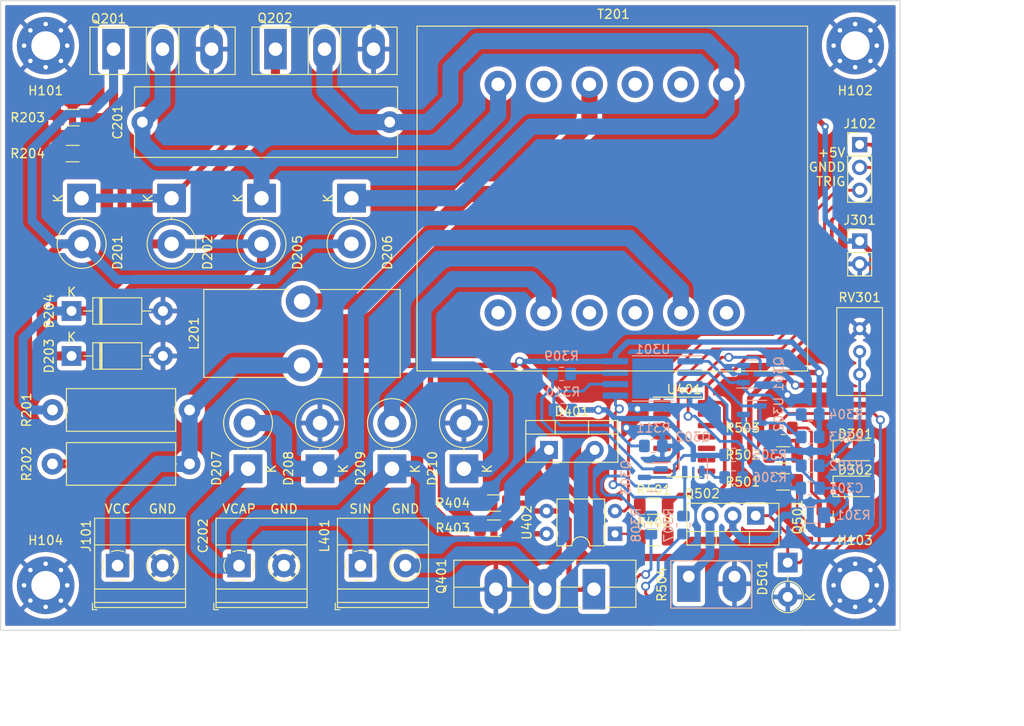
<source format=kicad_pcb>
(kicad_pcb (version 20211014) (generator pcbnew)
  (layers (0 "F.Cu" signal) (31 "B.Cu" signal) (34 "B.Paste" user) (35 "F.Paste" user) (36 "B.SilkS" user "B.Silkscreen") (37 "F.SilkS" user "F.Silkscreen") (38 "B.Mask" user) (39 "F.Mask" user) (44 "Edge.Cuts" user))
  (net 0 "")
  (net 1 "Net-(C201-Pad1)")
  (net 2 "Net-(C201-Pad2)")
  (net 3 "/Discharge Circuit/VCAP_IN")
  (net 4 "GNDREF")
  (net 5 "Net-(C301-Pad1)")
  (net 6 "/Flyback_Driver/ENABLE")
  (net 7 "Net-(D201-Pad2)")
  (net 8 "Net-(D202-Pad2)")
  (net 9 "Net-(D207-Pad2)")
  (net 10 "Net-(D209-Pad2)")
  (net 11 "Net-(D301-Pad2)")
  (net 12 "Net-(D302-Pad2)")
  (net 13 "/Trigger Circuit/SNET")
  (net 14 "Net-(D501-Pad1)")
  (net 15 "+12V")
  (net 16 "+5V")
  (net 17 "GNDD")
  (net 18 "/Trigger Circuit/TRIGG")
  (net 19 "Net-(L201-Pad2)")
  (net 20 "Net-(Q302-Pad1)")
  (net 21 "Net-(Q302-Pad2)")
  (net 22 "Net-(Q303-Pad1)")
  (net 23 "Net-(Q303-Pad2)")
  (net 24 "Net-(Q401-Pad1)")
  (net 25 "Net-(Q501-Pad1)")
  (net 26 "Net-(Q502-Pad3)")
  (net 27 "Net-(R302-Pad2)")
  (net 28 "Net-(R303-Pad2)")
  (net 29 "Net-(R309-Pad1)")
  (net 30 "Net-(R310-Pad2)")
  (net 31 "Net-(R401-Pad2)")
  (net 32 "Net-(R402-Pad2)")
  (net 33 "Net-(R403-Pad2)")
  (net 34 "Net-(Q301-Pad1)")
  (footprint "Diode_THT:D_DO-41_SOD81_P10.16mm_Horizontal" (layer "F.Cu") (at 37.88 64.5)
    (fp_text reference "D204")
    (fp_text value "1N47xxA 12V")
  )
  (footprint "Resistor_THT:R_Axial_DIN0414_L11.9mm_D4.5mm_P15.24mm_Horizontal" (layer "F.Cu") (at 51 81.5 180)
    (fp_text reference "R202")
    (fp_text value "470Ω 2W")
  )
  (footprint "Package_TO_SOT_THT:TO-264-3_Vertical" (layer "F.Cu") (at 95.95 95.425 180)
    (fp_text reference "Q401")
    (fp_text value "FGL40N120" hide)
  )
  (footprint "Package_TO_SOT_THT:TO-220-3_Vertical" (layer "F.Cu") (at 113.94 87.255 180)
    (fp_text reference "Q502")
    (fp_text value "IRF840" hide)
  )
  (footprint "Connector_PinHeader_2.54mm:PinHeader_1x03_P2.54mm_Vertical" (layer "F.Cu") (at 125.5 46)
    (fp_text reference "J102")
    (fp_text value "Conn_01x03" hide)
  )
  (footprint "Diode_THT:D_DO-201AD_P5.08mm_Vertical_KathodeUp" (layer "F.Cu") (at 65.5 82.04 90)
    (fp_text reference "D208")
    (fp_text value "FR307")
  )
  (footprint "Resistor_SMD:R_1206_3216Metric_Pad1.30x1.75mm_HandSolder" (layer "F.Cu") (at 117 83.5)
    (fp_text reference "R501")
    (fp_text value "1kΩ" hide)
  )
  (footprint "Potentiometer_THT:Potentiometer_Bourns_3296W_Vertical" (layer "F.Cu") (at 125.5 71.55 -90)
    (fp_text reference "RV301")
    (fp_text value "1kΩ" hide)
  )
  (footprint "TerminalBlock_Phoenix:TerminalBlock_Phoenix_MKDS-1,5-2_1x02_P5.00mm_Horizontal" (layer "F.Cu") (at 70 92.805)
    (fp_text reference "L401")
    (fp_text value "Solenoid" hide)
  )
  (footprint "Package_DIP:DIP-4_W7.62mm" (layer "F.Cu") (at 98.3 89.275 180)
    (fp_text reference "U402")
    (fp_text value "PC817")
  )
  (footprint "Diode_THT:D_DO-201AD_P5.08mm_Vertical_KathodeUp" (layer "F.Cu") (at 49 51.96 -90)
    (fp_text reference "D202")
    (fp_text value "FR307")
  )
  (footprint "TerminalBlock_Phoenix:TerminalBlock_Phoenix_MKDS-1,5-2_1x02_P5.00mm_Horizontal" (layer "F.Cu") (at 56.5 92.805)
    (fp_text reference "C202")
    (fp_text value "4700µF 450V" hide)
  )
  (footprint "TerminalBlock_Phoenix:TerminalBlock_Phoenix_MKDS-1,5-2_1x02_P5.00mm_Horizontal" (layer "F.Cu") (at 43 92.805)
    (fp_text reference "J101")
    (fp_text value "Screw_Terminal_01x02" hide)
  )
  (footprint "Diode_THT:D_DO-201AD_P5.08mm_Vertical_KathodeUp" (layer "F.Cu") (at 69 51.96 -90)
    (fp_text reference "D206")
    (fp_text value "FR307")
  )
  (footprint "Resistor_SMD:R_0805_2012Metric_Pad1.20x1.40mm_HandSolder" (layer "F.Cu") (at 117 77.5)
    (fp_text reference "R503")
    (fp_text value "470kΩ" hide)
  )
  (footprint "Package_SO:SO-14_3.9x8.65mm_P1.27mm" (layer "F.Cu") (at 106 78.5)
    (fp_text reference "U401")
    (fp_text value "74HC00" hide)
  )
  (footprint "Diode_THT:D_DO-41_SOD81_P10.16mm_Horizontal" (layer "F.Cu") (at 37.88 69.5)
    (fp_text reference "D203")
    (fp_text value "1N47xxA 12V")
  )
  (footprint "Resistor_SMD:R_1206_3216Metric_Pad1.30x1.75mm_HandSolder" (layer "F.Cu") (at 84.836 85.852 180)
    (fp_text reference "R404")
    (fp_text value "10kΩ" hide)
  )
  (footprint "Package_TO_SOT_THT:TO-247-3_Vertical" (layer "F.Cu") (at 42.55 35.39)
    (fp_text reference "Q201")
    (fp_text value "IRFP250")
  )
  (footprint "Diode_THT:D_DO-201AD_P5.08mm_Vertical_KathodeUp" (layer "F.Cu") (at 39 51.96 -90)
    (fp_text reference "D201")
    (fp_text value "FR307")
  )
  (footprint "Diode_THT:D_DO-201AD_P5.08mm_Vertical_KathodeUp" (layer "F.Cu") (at 59 51.96 -90)
    (fp_text reference "D205")
    (fp_text value "FR307")
  )
  (footprint "MountingHole:MountingHole_3.2mm_M3_Pad_Via" (layer "F.Cu") (at 35 95)
    (fp_text reference "H104")
    (fp_text value "MountingHole_Pad" hide)
  )
  (footprint "Inductor_THT:L_Toroid_Vertical_L21.6mm_W9.5mm_P7.11mm_Pulse_C" (layer "F.Cu") (at 63.5 70.55 180)
    (fp_text reference "L201")
    (fp_text value "L_Iron")
  )
  (footprint "TerminalBlock_Phoenix:TerminalBlock_Phoenix_MKDS-1,5-2-5.08_1x02_P5.08mm_Horizontal" (layer "F.Cu") (at 106.5 94.025)
    (fp_text reference "R504")
    (fp_text value "56kΩ 5W")
  )
  (footprint "Package_TO_SOT_THT:TO-220-2_Vertical" (layer "F.Cu") (at 90.96 79.945)
    (fp_text reference "D401")
    (fp_text value "RHRP3060")
  )
  (footprint "Resistor_SMD:R_1206_3216Metric_Pad1.30x1.75mm_HandSolder" (layer "F.Cu") (at 38 43 180)
    (fp_text reference "R203")
    (fp_text value "10kΩ")
  )
  (footprint "Resistor_SMD:R_1206_3216Metric_Pad1.30x1.75mm_HandSolder" (layer "F.Cu") (at 84.836 88.646)
    (fp_text reference "R403")
    (fp_text value "10kΩ" hide)
  )
  (footprint "MountingHole:MountingHole_3.2mm_M3_Pad_Via" (layer "F.Cu") (at 35 35)
    (fp_text reference "H101")
    (fp_text value "MountingHole_Pad" hide)
  )
  (footprint "Connector_PinHeader_2.54mm:PinHeader_1x02_P2.54mm_Vertical" (layer "F.Cu") (at 125.5 56.725)
    (fp_text reference "J301")
    (fp_text value "Conn_01x02" hide)
  )
  (footprint "Diode_THT:D_DO-201AD_P5.08mm_Vertical_KathodeUp" (layer "F.Cu") (at 57.5 82.04 90)
    (fp_text reference "D207")
    (fp_text value "FR307")
  )
  (footprint "LED_SMD:LED_1206_3216Metric_Pad1.42x1.75mm_HandSolder" (layer "F.Cu") (at 125 84)
    (fp_text reference "D302")
    (fp_text value "LED" hide)
  )
  (footprint "LED_SMD:LED_1206_3216Metric_Pad1.42x1.75mm_HandSolder" (layer "F.Cu") (at 125.0125 80)
    (fp_text reference "D301")
    (fp_text value "LED")
  )
  (footprint "Transformer_THT:Transformer_37x44" (layer "F.Cu") (at 90.38 39.3)
    (fp_text reference "T201")
    (fp_text value "Transformer_SP_1S")
  )
  (footprint "Diode_THT:D_DO-201AD_P5.08mm_Vertical_KathodeUp" (layer "F.Cu") (at 73.5 82.04 90)
    (fp_text reference "D209")
    (fp_text value "FR307")
  )
  (footprint "Diode_THT:D_DO-41_SOD81_P3.81mm_Vertical_KathodeUp" (layer "F.Cu") (at 117.5 92.477183 -90)
    (fp_text reference "D501")
    (fp_text value "1N47xxA 12V" hide)
  )
  (footprint "Resistor_SMD:R_1206_3216Metric_Pad1.30x1.75mm_HandSolder" (layer "F.Cu") (at 102.6 86.2 180)
    (fp_text reference "R401")
    (fp_text value "10kΩ" hide)
  )
  (footprint "Diode_THT:D_DO-201AD_P5.08mm_Vertical_KathodeUp" (layer "F.Cu") (at 81.5 82.04 90)
    (fp_text reference "D210")
    (fp_text value "FR307")
  )
  (footprint "Resistor_SMD:R_1206_3216Metric_Pad1.30x1.75mm_HandSolder" (layer "F.Cu") (at 38 47)
    (fp_text reference "R204")
    (fp_text value "10kΩ")
  )
  (footprint "Capacitor_THT:C_Rect_L29.0mm_W7.6mm_P27.50mm_MKT" (layer "F.Cu") (at 45.75 43.5)
    (fp_text reference "C201")
    (fp_text value "4.2µF 400V")
  )
  (footprint "Resistor_SMD:R_1206_3216Metric_Pad1.30x1.75mm_HandSolder" (layer "F.Cu") (at 102.6 89.7 180)
    (fp_text reference "R402")
    (fp_text value "330Ω" hide)
  )
  (footprint "MountingHole:MountingHole_3.2mm_M3_Pad_Via" (layer "F.Cu") (at 125 95)
    (fp_text reference "H103")
    (fp_text value "MountingHole_Pad" hide)
  )
  (footprint "Resistor_SMD:R_1206_3216Metric_Pad1.30x1.75mm_HandSolder" (layer "F.Cu") (at 117 80.5)
    (fp_text reference "R502")
    (fp_text value "1kΩ" hide)
  )
  (footprint "MountingHole:MountingHole_3.2mm_M3_Pad_Via" (layer "F.Cu") (at 125 35)
    (fp_text reference "H102")
    (fp_text value "MountingHole_Pad" hide)
  )
  (footprint "Package_TO_SOT_SMD:SOT-23" (layer "F.Cu") (at 121 87.4 90)
    (fp_text reference "Q501")
    (fp_text value "MMBT3904" hide)
  )
  (footprint "Resistor_THT:R_Axial_DIN0414_L11.9mm_D4.5mm_P15.24mm_Horizontal" (layer "F.Cu") (at 51 75.5 180)
    (fp_text reference "R201")
    (fp_text value "470Ω 2W")
  )
  (footprint "Package_TO_SOT_THT:TO-247-3_Vertical" (layer "F.Cu") (at 60.55 35.39)
    (fp_text reference "Q202")
    (fp_text value "IRFP250")
  )
  (footprint "Resistor_SMD:R_0805_2012Metric_Pad1.20x1.40mm_HandSolder" (layer "B.Cu") (at 102.3 88.3 -90)
    (fp_text reference "R308")
    (fp_text value "1kΩ" hide)
  )
  (footprint "Resistor_SMD:R_0805_2012Metric_Pad1.20x1.40mm_HandSolder" (layer "B.Cu") (at 120 81.7)
    (fp_text reference "R302")
    (fp_text value "5.6kΩ" hide)
  )
  (footprint "Resistor_SMD:R_0805_2012Metric_Pad1.20x1.40mm_HandSolder" (layer "B.Cu") (at 92.5 75.5 180)
    (fp_text reference "R310")
    (fp_text value "15kΩ" hide)
  )
  (footprint "Resistor_SMD:R_1206_3216Metric_Pad1.30x1.75mm_HandSolder" (layer "B.Cu") (at 120 87.2)
    (fp_text reference "R301")
    (fp_text value "1MΩ" hide)
  )
  (footprint "Package_TO_SOT_SMD:SOT-23" (layer "B.Cu") (at 113.5 71.5)
    (fp_text reference "Q301")
    (fp_text value "MMBT3904" hide)
  )
  (footprint "Resistor_SMD:R_0805_2012Metric_Pad1.20x1.40mm_HandSolder" (layer "B.Cu") (at 102.5625 79.5)
    (fp_text reference "R311")
    (fp_text value "15kΩ" hide)
  )
  (footprint "Capacitor_SMD:C_0805_2012Metric_Pad1.18x1.45mm_HandSolder" (layer "B.Cu") (at 120 84.2 180)
    (fp_text reference "C301")
    (fp_text value "1nF" hide)
  )
  (footprint "Resistor_SMD:R_0805_2012Metric_Pad1.20x1.40mm_HandSolder" (layer "B.Cu") (at 120 78.5 180)
    (fp_text reference "R303")
    (fp_text value "2.2kΩ" hide)
  )
  (footprint "Package_TO_SOT_SMD:SOT-23" (layer "B.Cu") (at 113.5 76 180)
    (fp_text reference "U302")
    (fp_text value "TL431DBZ" hide)
  )
  (footprint "Package_TO_SOT_SMD:SOT-23" (layer "B.Cu") (at 107 81.5 90)
    (fp_text reference "Q302")
    (fp_text value "MMBT3906" hide)
  )
  (footprint "Resistor_SMD:R_0805_2012Metric_Pad1.20x1.40mm_HandSolder" (layer "B.Cu") (at 111.5 80.5)
    (fp_text reference "R305")
    (fp_text value "18kΩ" hide)
  )
  (footprint "Resistor_SMD:R_0805_2012Metric_Pad1.20x1.40mm_HandSolder" (layer "B.Cu") (at 111.5 83)
    (fp_text reference "R306")
    (fp_text value "680Ω" hide)
  )
  (footprint "Package_SO:SOP-8-1EP_4.57x4.57mm_P1.27mm_EP4.57x4.45mm" (layer "B.Cu") (at 102.5 72 180)
    (fp_text reference "U301")
    (fp_text value "LM393" hide)
  )
  (footprint "Resistor_SMD:R_0805_2012Metric_Pad1.20x1.40mm_HandSolder" (layer "B.Cu") (at 105.9 88.3 -90)
    (fp_text reference "R307")
    (fp_text value "1kΩ" hide)
  )
  (footprint "Package_TO_SOT_SMD:SOT-23" (layer "B.Cu") (at 102.5 83 180)
    (fp_text reference "Q303")
    (fp_text value "MMBT3906" hide)
  )
  (footprint "Resistor_SMD:R_0805_2012Metric_Pad1.20x1.40mm_HandSolder" (layer "B.Cu") (at 92.36 71.5 180)
    (fp_text reference "R309")
    (fp_text value "680Ω" hide)
  )
  (footprint "Resistor_SMD:R_0805_2012Metric_Pad1.20x1.40mm_HandSolder" (layer "B.Cu") (at 120 76 180)
    (fp_text reference "R304")
    (fp_text value "1kΩ" hide)
  )
  (gr_rect (start 30 30) (end 130 100) (layer "Edge.Cuts") (width 0.1) (fill none))
  (gr_text "VCC" (at 43 86.5) (layer "F.SilkS") (effects (font (size 1 1))))
  (gr_text "GND" (at 75 86.5) (layer "F.SilkS") (effects (font (size 1 1))))
  (gr_text "VCAP" (at 56.5 86.5) (layer "F.SilkS") (effects (font (size 1 1))))
  (gr_text "SIN" (at 70 86.5) (layer "F.SilkS") (effects (font (size 1 1))))
  (gr_text "GND" (at 48 86.5) (layer "F.SilkS") (effects (font (size 1 1))))
  (gr_text "GND" (at 61.5 86.5) (layer "F.SilkS") (effects (font (size 1 1))))
  (gr_text "+5V\nGNDD\nTRIG" (at 124 48.5) (layer "F.SilkS") (effects (font (size 1 1)) (justify right)))
  (segment (start 85.3 42.7) (end 85.3 39.3) (width 1.8) (layer "B.Cu") (net 1))
  (segment (start 59 49) (end 59 51.96) (width 1.8) (layer "B.Cu") (net 1))
  (segment (start 47.5 47.5) (end 57.5 47.5) (width 1.8) (layer "B.Cu") (net 1))
  (segment (start 48 41.25) (end 45.75 43.5) (width 1.8) (layer "B.Cu") (net 1))
  (segment (start 59 49) (end 60.5 47.5) (width 1.8) (layer "B.Cu") (net 1))
  (segment (start 45.75 43.5) (end 45.75 45.75) (width 1.8) (layer "B.Cu") (net 1))
  (segment (start 80.5 47.5) (end 85.3 42.7) (width 1.8) (layer "B.Cu") (net 1))
  (segment (start 48 35.39) (end 48 41.25) (width 1.8) (layer "B.Cu") (net 1))
  (segment (start 45.75 45.75) (end 47.5 47.5) (width 1.8) (layer "B.Cu") (net 1))
  (segment (start 57.5 47.5) (end 59 49) (width 1.8) (layer "B.Cu") (net 1))
  (segment (start 60.5 47.5) (end 80.5 47.5) (width 1.8) (layer "B.Cu") (net 1))
  (segment (start 110.7 36.7) (end 110.7 39.3) (width 1.8) (layer "B.Cu") (net 2))
  (segment (start 83 34.5) (end 108.5 34.5) (width 1.8) (layer "B.Cu") (net 2))
  (segment (start 108.8 44) (end 110.7 42.1) (width 1.8) (layer "B.Cu") (net 2))
  (segment (start 81.04 51.96) (end 89 44) (width 1.8) (layer "B.Cu") (net 2))
  (segment (start 69 51.96) (end 81.04 51.96) (width 1.8) (layer "B.Cu") (net 2))
  (segment (start 108.5 34.5) (end 110.7 36.7) (width 1.8) (layer "B.Cu") (net 2))
  (segment (start 110.7 42.1) (end 110.7 39.3) (width 1.8) (layer "B.Cu") (net 2))
  (segment (start 66 40) (end 66 35.39) (width 1.8) (layer "B.Cu") (net 2))
  (segment (start 89 44) (end 108.8 44) (width 1.8) (layer "B.Cu") (net 2))
  (segment (start 80 41) (end 80 37.5) (width 1.8) (layer "B.Cu") (net 2))
  (segment (start 69.5 43.5) (end 66 40) (width 1.8) (layer "B.Cu") (net 2))
  (segment (start 73.25 43.5) (end 77.5 43.5) (width 1.8) (layer "B.Cu") (net 2))
  (segment (start 77.5 43.5) (end 80 41) (width 1.8) (layer "B.Cu") (net 2))
  (segment (start 73.25 43.5) (end 69.5 43.5) (width 1.8) (layer "B.Cu") (net 2))
  (segment (start 80 37.5) (end 83 34.5) (width 1.8) (layer "B.Cu") (net 2))
  (segment (start 127.1 75.9) (end 127.8 76.6) (width 0.32) (layer "F.Cu") (net 3))
  (segment (start 90.96 81.95) (end 95.58 86.57) (width 0.8) (layer "F.Cu") (net 3))
  (segment (start 97.08 91.9) (end 104.9 91.9) (width 0.8) (layer "F.Cu") (net 3))
  (segment (start 95.58 90.4) (end 97.08 91.9) (width 0.8) (layer "F.Cu") (net 3))
  (segment (start 90.96 79.945) (end 90.96 81.95) (width 0.8) (layer "F.Cu") (net 3))
  (segment (start 117.6 75.9) (end 127.1 75.9) (width 0.32) (layer "F.Cu") (net 3))
  (segment (start 110.2 90) (end 111.4 88.8) (width 0.8) (layer "F.Cu") (net 3))
  (segment (start 106.8 90) (end 110.2 90) (width 0.8) (layer "F.Cu") (net 3))
  (segment (start 95.58 86.57) (end 95.58 90.4) (width 0.8) (layer "F.Cu") (net 3))
  (segment (start 116 77.5) (end 117.6 75.9) (width 0.32) (layer "F.Cu") (net 3))
  (segment (start 104.9 91.9) (end 106.8 90) (width 0.8) (layer "F.Cu") (net 3))
  (segment (start 111.4 88.8) (end 111.4 87.255) (width 0.8) (layer "F.Cu") (net 3))
  (via (at 127.8 76.6) (size 1) (drill 0.6) (layers "F.Cu" "B.Cu") (net 3))
  (segment (start 86.868 84.037) (end 90.96 79.945) (width 1.8) (layer "B.Cu") (net 3))
  (segment (start 117.1 87.2) (end 118.45 87.2) (width 0.8) (layer "B.Cu") (net 3))
  (segment (start 111.4 87.255) (end 111.4 88.8) (width 0.8) (layer "B.Cu") (net 3))
  (segment (start 52 90.75) (end 52 87.54) (width 1.8) (layer "B.Cu") (net 3))
  (segment (start 68 87.5) (end 58.5 87.5) (width 1.8) (layer "B.Cu") (net 3))
  (segment (start 70.02 85.52) (end 73.5 82.04) (width 1.8) (layer "B.Cu") (net 3))
  (segment (start 126.05 90.32) (end 127.8 88.57) (width 0.32) (layer "B.Cu") (net 3))
  (segment (start 127.8 88.57) (end 127.8 76.6) (width 0.32) (layer "B.Cu") (net 3))
  (segment (start 56.5 92.805) (end 54.055 92.805) (width 1.8) (layer "B.Cu") (net 3))
  (segment (start 70 85.54) (end 70.02 85.52) (width 1.8) (layer "B.Cu") (net 3))
  (segment (start 120.22 90.32) (end 126.05 90.32) (width 0.32) (layer "B.Cu") (net 3))
  (segment (start 77.47 83.312) (end 77.47 86.614) (width 1.8) (layer "B.Cu") (net 3))
  (segment (start 116.4 87.9) (end 117.1 87.2) (width 0.8) (layer "B.Cu") (net 3))
  (segment (start 115.6 89.9) (end 116.4 89.1) (width 0.8) (layer "B.Cu") (net 3))
  (segment (start 54.055 92.805) (end 52 90.75) (width 1.8) (layer "B.Cu") (net 3))
  (segment (start 118.45 87.2) (end 118.45 88.55) (width 0.32) (layer "B.Cu") (net 3))
  (segment (start 112.5 89.9) (end 115.6 89.9) (width 0.8) (layer "B.Cu") (net 3))
  (segment (start 86.868 86.106) (end 86.868 84.037) (width 1.8) (layer "B.Cu") (net 3))
  (segment (start 70 89.5) (end 68 87.5) (width 1.8) (layer "B.Cu") (net 3))
  (segment (start 68.04 87.5) (end 70.02 85.52) (width 1.8) (layer "B.Cu") (net 3))
  (segment (start 68 87.5) (end 68.04 87.5) (width 1.8) (layer "B.Cu") (net 3))
  (segment (start 78.994 88.138) (end 84.836 88.138) (width 1.8) (layer "B.Cu") (net 3))
  (segment (start 116.4 89.1) (end 116.4 87.9) (width 0.8) (layer "B.Cu") (net 3))
  (segment (start 84.836 88.138) (end 85.725 87.249) (width 1.8) (layer "B.Cu") (net 3))
  (segment (start 56.5 89.5) (end 56.5 92.805) (width 1.8) (layer "B.Cu") (net 3))
  (segment (start 118.45 88.55) (end 120.22 90.32) (width 0.32) (layer "B.Cu") (net 3))
  (segment (start 73.5 82.04) (end 76.198 82.04) (width 1.8) (layer "B.Cu") (net 3))
  (segment (start 70 92.805) (end 70 89.5) (width 1.8) (layer "B.Cu") (net 3))
  (segment (start 70 89.5) (end 70 85.54) (width 1.8) (layer "B.Cu") (net 3))
  (segment (start 76.198 82.04) (end 77.47 83.312) (width 1.8) (layer "B.Cu") (net 3))
  (segment (start 58.5 87.5) (end 56.5 89.5) (width 1.8) (layer "B.Cu") (net 3))
  (segment (start 77.47 86.614) (end 78.994 88.138) (width 1.8) (layer "B.Cu") (net 3))
  (segment (start 111.4 88.8) (end 112.5 89.9) (width 0.8) (layer "B.Cu") (net 3))
  (segment (start 52 87.54) (end 57.5 82.04) (width 1.8) (layer "B.Cu") (net 3))
  (segment (start 85.725 87.249) (end 86.868 86.106) (width 1.8) (layer "B.Cu") (net 3))
  (via (at 99.568 77.47) (size 1) (drill 0.6) (layers "F.Cu" "B.Cu") (net 4))
  (via (at 117.45 73.83) (size 1) (drill 0.6) (layers "F.Cu" "B.Cu") (net 4))
  (via (at 100.8 75.38) (size 1) (drill 0.6) (layers "F.Cu" "B.Cu") (net 4))
  (segment (start 103.124 77.978) (end 102.616 77.47) (width 0.6) (layer "B.Cu") (net 4))
  (segment (start 109.65 69.3) (end 110.19 68.76) (width 0.32) (layer "B.Cu") (net 4))
  (segment (start 110.39 70.55) (end 109.65 69.81) (width 0.32) (layer "B.Cu") (net 4))
  (segment (start 103.5625 79.5) (end 103.5625 78.4165) (width 0.6) (layer "B.Cu") (net 4))
  (segment (start 102.616 77.47) (end 99.568 77.47) (width 0.6) (layer "B.Cu") (net 4))
  (segment (start 112.5625 70.55) (end 110.39 70.55) (width 0.32) (layer "B.Cu") (net 4))
  (segment (start 112.76 68.76) (end 114.93 68.76) (width 0.32) (layer "B.Cu") (net 4))
  (segment (start 110.19 68.76) (end 112.76 68.76) (width 0.32) (layer "B.Cu") (net 4))
  (segment (start 114.93 68.76) (end 115.6 69.43) (width 0.32) (layer "B.Cu") (net 4))
  (segment (start 109.65 69.81) (end 109.65 69.3) (width 0.32) (layer "B.Cu") (net 4))
  (segment (start 103.5625 78.4165) (end 103.124 77.978) (width 0.6) (layer "B.Cu") (net 4))
  (segment (start 122.856 87.2) (end 124.078 85.978) (width 0.32) (layer "B.Cu") (net 5))
  (segment (start 124.078 85.05925) (end 123.21875 84.2) (width 0.32) (layer "B.Cu") (net 5))
  (segment (start 115.29 81) (end 118.3 81) (width 0.32) (layer "B.Cu") (net 5))
  (segment (start 123.21875 84.2) (end 121.0375 84.2) (width 0.32) (layer "B.Cu") (net 5))
  (segment (start 106.65 72.635) (end 108.449 72.635) (width 0.32) (layer "B.Cu") (net 5))
  (segment (start 118.3 81) (end 119 81.7) (width 0.32) (layer "B.Cu") (net 5))
  (segment (start 119 82.15) (end 121.0375 84.1875) (width 0.32) (layer "B.Cu") (net 5))
  (segment (start 121.55 87.2) (end 122.856 87.2) (width 0.32) (layer "B.Cu") (net 5))
  (segment (start 119 81.7) (end 119 82.15) (width 0.32) (layer "B.Cu") (net 5))
  (segment (start 108.449 72.635) (end 110.744 74.93) (width 0.32) (layer "B.Cu") (net 5))
  (segment (start 110.744 76.454) (end 115.29 81) (width 0.32) (layer "B.Cu") (net 5))
  (segment (start 124.078 85.978) (end 124.078 85.05925) (width 0.32) (layer "B.Cu") (net 5))
  (segment (start 121.0375 84.1875) (end 121.0375 84.2) (width 0.32) (layer "B.Cu") (net 5))
  (segment (start 110.744 74.93) (end 110.744 76.454) (width 0.32) (layer "B.Cu") (net 5))
  (segment (start 127.59 65.02) (end 126.855 64.285) (width 0.6) (layer "F.Cu") (net 6))
  (segment (start 58.166 31.75) (end 109.416 31.75) (width 0.6) (layer "F.Cu") (net 6))
  (segment (start 56.642 44.318) (end 56.642 33.274) (width 0.6) (layer "F.Cu") (net 6))
  (segment (start 118.35 72.75) (end 123.46 72.75) (width 0.6) (layer "F.Cu") (net 6))
  (segment (start 127.59 73.05) (end 127.59 65.02) (width 0.6) (layer "F.Cu") (net 6))
  (segment (start 106.426 73.384) (end 110.16 69.65) (width 0.32) (layer "F.Cu") (net 6))
  (segment (start 126.855 64.285) (end 126.855 58.08) (width 0.6) (layer "F.Cu") (net 6))
  (segment (start 106.426 76.2) (end 106.426 73.384) (width 0.32) (layer "F.Cu") (net 6))
  (segment (start 124.5 73.79) (end 126.85 73.79) (width 0.6) (layer "F.Cu") (net 6))
  (segment (start 49 51.96) (end 56.642 44.318) (width 0.6) (layer "F.Cu") (net 6))
  (segment (start 56.642 33.274) (end 58.166 31.75) (width 0.6) (layer "F.Cu") (net 6))
  (segment (start 109.416 31.75) (end 121.666 44) (width 0.6) (layer "F.Cu") (net 6))
  (segment (start 126.85 73.79) (end 127.59 73.05) (width 0.6) (layer "F.Cu") (net 6))
  (segment (start 123.46 72.75) (end 124.5 73.79) (width 0.6) (layer "F.Cu") (net 6))
  (segment (start 110.16 69.65) (end 110.95 69.65) (width 0.32) (layer "F.Cu") (net 6))
  (segment (start 126.855 58.08) (end 125.5 56.725) (width 0.6) (layer "F.Cu") (net 6))
  (via (at 118.35 72.75) (size 1) (drill 0.6) (layers "F.Cu" "B.Cu") (net 6))
  (via (at 121.666 44) (size 0.8) (drill 0.4) (layers "F.Cu" "B.Cu") (net 6))
  (via (at 106.426 76.2) (size 1) (drill 0.6) (layers "F.Cu" "B.Cu") (net 6))
  (via (at 110.95 69.65) (size 1) (drill 0.6) (layers "F.Cu" "B.Cu") (net 6))
  (segment (start 111.887 78.994) (end 109.982 78.994) (width 0.32) (layer "B.Cu") (net 6))
  (segment (start 109.982 78.994) (end 107.188 76.2) (width 0.32) (layer "B.Cu") (net 6))
  (segment (start 114.4375 71.5) (end 114.4375 69.9875) (width 0.32) (layer "B.Cu") (net 6))
  (segment (start 114.1 69.65) (end 110.95 69.65) (width 0.32) (layer "B.Cu") (net 6))
  (segment (start 114.4375 71.5) (end 117.1 71.5) (width 0.6) (layer "B.Cu") (net 6))
  (segment (start 39 51.96) (end 49 51.96) (width 1) (layer "B.Cu") (net 6))
  (segment (start 112.5 80.5) (end 112.5 79.607) (width 0.32) (layer "B.Cu") (net 6))
  (segment (start 114.4375 69.9875) (end 114.1 69.65) (width 0.32) (layer "B.Cu") (net 6))
  (segment (start 112.5 79.607) (end 111.887 78.994) (width 0.32) (layer "B.Cu") (net 6))
  (segment (start 112.5 83) (end 112.5 80.5) (width 0.32) (layer "B.Cu") (net 6))
  (segment (start 121.666 54.356) (end 121.666 44) (width 0.6) (layer "B.Cu") (net 6))
  (segment (start 124.035 56.725) (end 121.666 54.356) (width 0.6) (layer "B.Cu") (net 6))
  (segment (start 125.5 56.725) (end 124.035 56.725) (width 0.6) (layer "B.Cu") (net 6))
  (segment (start 107.188 76.2) (end 106.426 76.2) (width 0.32) (layer "B.Cu") (net 6))
  (segment (start 117.1 71.5) (end 118.35 72.75) (width 0.6) (layer "B.Cu") (net 6))
  (segment (start 34.5 68.5) (end 34.5 59.25) (width 1) (layer "F.Cu") (net 7))
  (segment (start 36.71 57.04) (end 39 57.04) (width 1) (layer "F.Cu") (net 7))
  (segment (start 37.88 69.5) (end 35.5 69.5) (width 1) (layer "F.Cu") (net 7))
  (segment (start 39.55 43) (end 41.5 43) (width 1) (layer "F.Cu") (net 7))
  (segment (start 35.76 81.5) (end 38 81.5) (width 1) (layer "F.Cu") (net 7))
  (segment (start 41.5 43) (end 42.55 41.95) (width 1) (layer "F.Cu") (net 7))
  (segment (start 38 81.5) (end 42 77.5) (width 1) (layer "F.Cu") (net 7))
  (segment (start 42 71.5) (end 40 69.5) (width 1) (layer "F.Cu") (net 7))
  (segment (start 34.5 59.25) (end 36.71 57.04) (width 1) (layer "F.Cu") (net 7))
  (segment (start 42 77.5) (end 42 71.5) (width 1) (layer "F.Cu") (net 7))
  (segment (start 35.5 69.5) (end 34.5 68.5) (width 1) (layer "F.Cu") (net 7))
  (segment (start 40 69.5) (end 37.88 69.5) (width 1) (layer "F.Cu") (net 7))
  (segment (start 42.55 41.95) (end 42.55 35.39) (width 1) (layer "F.Cu") (net 7))
  (segment (start 36.04 57.04) (end 33.5 54.5) (width 1) (layer "B.Cu") (net 7))
  (segment (start 33.5 54.5) (end 33.5 46.5) (width 1) (layer "B.Cu") (net 7))
  (segment (start 39 57.04) (end 36.04 57.04) (width 1) (layer "B.Cu") (net 7))
  (segment (start 64.46 57.04) (end 60.5 61) (width 1) (layer "B.Cu") (net 7))
  (segment (start 69 57.04) (end 64.46 57.04) (width 1) (layer "B.Cu") (net 7))
  (segment (start 42.55 39.95) (end 42.55 35.39) (width 1) (layer "B.Cu") (net 7))
  (segment (start 37.5 42.5) (end 40 42.5) (width 1) (layer "B.Cu") (net 7))
  (segment (start 60.5 61) (end 42.96 61) (width 1) (layer "B.Cu") (net 7))
  (segment (start 42.96 61) (end 39 57.04) (width 1) (layer "B.Cu") (net 7))
  (segment (start 33.5 46.5) (end 37.5 42.5) (width 1) (layer "B.Cu") (net 7))
  (segment (start 40 42.5) (end 42.55 39.95) (width 1) (layer "B.Cu") (net 7))
  (segment (start 42 64.5) (end 45 61.5) (width 1) (layer "F.Cu") (net 8))
  (segment (start 42 47) (end 43.5 48.5) (width 1) (layer "F.Cu") (net 8))
  (segment (start 43.5 54.5) (end 46.04 57.04) (width 1) (layer "F.Cu") (net 8))
  (segment (start 43.5 48.5) (end 43.5 54.5) (width 1) (layer "F.Cu") (net 8))
  (segment (start 60.55 42.45) (end 54 49) (width 1) (layer "F.Cu") (net 8))
  (segment (start 46.04 57.04) (end 49 57.04) (width 1) (layer "F.Cu") (net 8))
  (segment (start 54 49) (end 54 55.5) (width 1) (layer "F.Cu") (net 8))
  (segment (start 54 55.5) (end 52.46 57.04) (width 1) (layer "F.Cu") (net 8))
  (segment (start 59 60) (end 59 57.04) (width 1) (layer "F.Cu") (net 8))
  (segment (start 39.55 47) (end 42 47) (width 1) (layer "F.Cu") (net 8))
  (segment (start 57.5 61.5) (end 59 60) (width 1) (layer "F.Cu") (net 8))
  (segment (start 45 61.5) (end 57.5 61.5) (width 1) (layer "F.Cu") (net 8))
  (segment (start 37.88 64.5) (end 42 64.5) (width 1) (layer "F.Cu") (net 8))
  (segment (start 60.55 35.39) (end 60.55 42.45) (width 1) (layer "F.Cu") (net 8))
  (segment (start 52.46 57.04) (end 49 57.04) (width 1) (layer "F.Cu") (net 8))
  (segment (start 35.5 64.5) (end 37.88 64.5) (width 1) (layer "B.Cu") (net 8))
  (segment (start 32.5 67.5) (end 35.5 64.5) (width 1) (layer "B.Cu") (net 8))
  (segment (start 33.5 75.5) (end 32.5 74.5) (width 1) (layer "B.Cu") (net 8))
  (segment (start 32.5 74.5) (end 32.5 67.5) (width 1) (layer "B.Cu") (net 8))
  (segment (start 35.76 75.5) (end 33.5 75.5) (width 1) (layer "B.Cu") (net 8))
  (segment (start 49 57.04) (end 59 57.04) (width 1) (layer "B.Cu") (net 8))
  (segment (start 69.5 64.612) (end 77.724 56.388) (width 1.8) (layer "B.Cu") (net 9))
  (segment (start 61.5 81) (end 61.5 78) (width 1.8) (layer "B.Cu") (net 9))
  (segment (start 60.46 76.96) (end 57.5 76.96) (width 1.8) (layer "B.Cu") (net 9))
  (segment (start 77.724 56.388) (end 99.888 56.388) (width 1.8) (layer "B.Cu") (net 9))
  (segment (start 65.5 82.04) (end 62.54 82.04) (width 1.8) (layer "B.Cu") (net 9))
  (segment (start 69.5 80) (end 69.5 64.612) (width 1.8) (layer "B.Cu") (net 9))
  (segment (start 99.888 56.388) (end 105.62 62.12) (width 1.8) (layer "B.Cu") (net 9))
  (segment (start 105.62 62.12) (end 105.62 64.7) (width 1.8) (layer "B.Cu") (net 9))
  (segment (start 65.5 82.04) (end 67.46 82.04) (width 1.8) (layer "B.Cu") (net 9))
  (segment (start 67.46 82.04) (end 69.5 80) (width 1.8) (layer "B.Cu") (net 9))
  (segment (start 61.5 78) (end 60.46 76.96) (width 1.8) (layer "B.Cu") (net 9))
  (segment (start 62.54 82.04) (end 61.5 81) (width 1.8) (layer "B.Cu") (net 9))
  (segment (start 77 64.224) (end 80.264 60.96) (width 1.8) (layer "B.Cu") (net 10))
  (segment (start 90.38 62.44) (end 90.38 64.7) (width 1.8) (layer "B.Cu") (net 10))
  (segment (start 84.076 82.04) (end 81.5 82.04) (width 1.8) (layer "B.Cu") (net 10))
  (segment (start 82.43 71) (end 85.598 74.168) (width 1.8) (layer "B.Cu") (net 10))
  (segment (start 80.264 60.96) (end 88.9 60.96) (width 1.8) (layer "B.Cu") (net 10))
  (segment (start 73.5 76.96) (end 73.5 74.5) (width 1.8) (layer "B.Cu") (net 10))
  (segment (start 73.5 74.5) (end 77 71) (width 1.8) (layer "B.Cu") (net 10))
  (segment (start 77 71) (end 82.43 71) (width 1.8) (layer "B.Cu") (net 10))
  (segment (start 85.598 80.518) (end 84.076 82.04) (width 1.8) (layer "B.Cu") (net 10))
  (segment (start 77 71) (end 77 64.224) (width 1.8) (layer "B.Cu") (net 10))
  (segment (start 85.598 74.168) (end 85.598 80.518) (width 1.8) (layer "B.Cu") (net 10))
  (segment (start 88.9 60.96) (end 90.38 62.44) (width 1.8) (layer "B.Cu") (net 10))
  (segment (start 113.9 97.9) (end 115.1 96.7) (width 0.32) (layer "F.Cu") (net 11))
  (segment (start 119.5 93.1) (end 124.968 87.632) (width 0.32) (layer "F.Cu") (net 11))
  (segment (start 124.968 81.532) (end 126.5 80) (width 0.32) (layer "F.Cu") (net 11))
  (segment (start 115.1 95.2) (end 115.9 94.4) (width 0.32) (layer "F.Cu") (net 11))
  (segment (start 115.1 96.7) (end 115.1 95.2) (width 0.32) (layer "F.Cu") (net 11))
  (segment (start 118.9 94.4) (end 119.5 93.8) (width 0.32) (layer "F.Cu") (net 11))
  (segment (start 115.9 94.4) (end 118.9 94.4) (width 0.32) (layer "F.Cu") (net 11))
  (segment (start 103.7 97.9) (end 113.9 97.9) (width 0.32) (layer "F.Cu") (net 11))
  (segment (start 101.7 95.1) (end 101.7 95.9) (width 0.32) (layer "F.Cu") (net 11))
  (segment (start 101.7 95.9) (end 103.7 97.9) (width 0.32) (layer "F.Cu") (net 11))
  (segment (start 124.968 87.632) (end 124.968 81.532) (width 0.32) (layer "F.Cu") (net 11))
  (segment (start 119.5 93.8) (end 119.5 93.1) (width 0.32) (layer "F.Cu") (net 11))
  (via (at 101.7 95.1) (size 1) (drill 0.6) (layers "F.Cu" "B.Cu") (net 11))
  (segment (start 105.9 89.3) (end 103.1 92.1) (width 0.32) (layer "B.Cu") (net 11))
  (segment (start 103.1 93.7) (end 101.7 95.1) (width 0.32) (layer "B.Cu") (net 11))
  (segment (start 103.1 92.1) (end 103.1 93.7) (width 0.32) (layer "B.Cu") (net 11))
  (segment (start 103.2 98.8) (end 100.3 95.9) (width 0.32) (layer "F.Cu") (net 12))
  (segment (start 100.3 95.9) (end 100.3 94.6) (width 0.32) (layer "F.Cu") (net 12))
  (segment (start 120.5 93.4) (end 120.5 96.8) (width 0.32) (layer "F.Cu") (net 12))
  (segment (start 118.5 98.8) (end 103.2 98.8) (width 0.32) (layer "F.Cu") (net 12))
  (segment (start 126.4875 87.4125) (end 120.5 93.4) (width 0.32) (layer "F.Cu") (net 12))
  (segment (start 101.1 93.8) (end 101.7 93.8) (width 0.32) (layer "F.Cu") (net 12))
  (segment (start 126.4875 84) (end 126.4875 87.4125) (width 0.32) (layer "F.Cu") (net 12))
  (segment (start 120.5 96.8) (end 118.5 98.8) (width 0.32) (layer "F.Cu") (net 12))
  (segment (start 100.3 94.6) (end 101.1 93.8) (width 0.32) (layer "F.Cu") (net 12))
  (via (at 101.7 93.8) (size 1) (drill 0.6) (layers "F.Cu" "B.Cu") (net 12))
  (segment (start 102.3 93.2) (end 101.7 93.8) (width 0.32) (layer "B.Cu") (net 12))
  (segment (start 102.3 89.3) (end 102.3 93.2) (width 0.32) (layer "B.Cu") (net 12))
  (segment (start 80.95 91.46) (end 87 91.46) (width 1.6) (layer "B.Cu") (net 13))
  (segment (start 94.52 90.41) (end 94.52 81.465) (width 1.6) (layer "B.Cu") (net 13))
  (segment (start 79.605 92.805) (end 80.95 91.46) (width 1.6) (layer "B.Cu") (net 13))
  (segment (start 87 91.46) (end 90.5 94.96) (width 1.6) (layer "B.Cu") (net 13))
  (segment (start 94.52 81.465) (end 96.04 79.945) (width 1.6) (layer "B.Cu") (net 13))
  (segment (start 90.5 94.43) (end 94.52 90.41) (width 1.6) (layer "B.Cu") (net 13))
  (segment (start 90.5 95.425) (end 90.5 94.43) (width 1.6) (layer "B.Cu") (net 13))
  (segment (start 90.5 94.96) (end 90.5 95.425) (width 1.6) (layer "B.Cu") (net 13))
  (segment (start 75 92.805) (end 79.605 92.805) (width 1.6) (layer "B.Cu") (net 13))
  (segment (start 119.664 77.5) (end 118 77.5) (width 0.32) (layer "F.Cu") (net 14))
  (segment (start 121 86.4625) (end 121 90.32) (width 0.32) (layer "F.Cu") (net 14))
  (segment (start 115.455 87.255) (end 117.5 89.3) (width 0.32) (layer "F.Cu") (net 14))
  (segment (start 121 85.44) (end 121 86.4625) (width 0.32) (layer "F.Cu") (net 14))
  (segment (start 113.94 87.255) (end 115.455 87.255) (width 0.32) (layer "F.Cu") (net 14))
  (segment (start 117.5 89.3) (end 117.5 92.477183) (width 0.32) (layer "F.Cu") (net 14))
  (segment (start 120.142 84.582) (end 120.142 77.978) (width 0.32) (layer "F.Cu") (net 14))
  (segment (start 120.142 84.582) (end 121 85.44) (width 0.32) (layer "F.Cu") (net 14))
  (segment (start 120.142 77.978) (end 119.664 77.5) (width 0.32) (layer "F.Cu") (net 14))
  (segment (start 118.842817 92.477183) (end 117.5 92.477183) (width 0.32) (layer "F.Cu") (net 14))
  (segment (start 121 90.32) (end 118.842817 92.477183) (width 0.32) (layer "F.Cu") (net 14))
  (segment (start 77.786 85.914) (end 77.786 71.312) (width 0.6) (layer "F.Cu") (net 15))
  (segment (start 115.45 83.5) (end 113.284 81.334) (width 0.6) (layer "F.Cu") (net 15))
  (segment (start 77.786 71.312) (end 77.024 70.55) (width 0.6) (layer "F.Cu") (net 15))
  (segment (start 80.518 88.646) (end 77.786 85.914) (width 0.6) (layer "F.Cu") (net 15))
  (segment (start 93.1 75.5) (end 87.7 70.1) (width 0.6) (layer "F.Cu") (net 15))
  (segment (start 78.424 70.674) (end 77.786 71.312) (width 0.6) (layer "F.Cu") (net 15))
  (segment (start 96.458 75.5) (end 93.1 75.5) (width 0.6) (layer "F.Cu") (net 15))
  (segment (start 78.424 70.55) (end 78.424 70.674) (width 0.6) (layer "F.Cu") (net 15))
  (segment (start 113.284 81.334) (end 113.284 74.168) (width 0.6) (layer "F.Cu") (net 15))
  (segment (start 78.424 70.55) (end 77.786 70.55) (width 0.6) (layer "F.Cu") (net 15))
  (segment (start 83.286 88.646) (end 80.518 88.646) (width 0.6) (layer "F.Cu") (net 15))
  (segment (start 87.25 70.55) (end 87.7 70.1) (width 0.6) (layer "F.Cu") (net 15))
  (segment (start 77.024 70.55) (end 63.5 70.55) (width 0.6) (layer "F.Cu") (net 15))
  (segment (start 113.284 74.168) (end 116.112 71.34) (width 0.6) (layer "F.Cu") (net 15))
  (segment (start 77.786 70.55) (end 77.024 70.55) (width 0.6) (layer "F.Cu") (net 15))
  (segment (start 116.112 71.34) (end 121 71.34) (width 0.6) (layer "F.Cu") (net 15))
  (segment (start 78.424 70.55) (end 87.25 70.55) (width 0.6) (layer "F.Cu") (net 15))
  (segment (start 77.786 71.312) (end 77.786 70.55) (width 0.6) (layer "F.Cu") (net 15))
  (via (at 96.458 75.5) (size 1) (drill 0.6) (layers "F.Cu" "B.Cu") (net 15))
  (via (at 121 71.34) (size 1) (drill 0.6) (layers "F.Cu" "B.Cu") (net 15))
  (via (at 87.7 70.1) (size 1) (drill 0.6) (layers "F.Cu" "B.Cu") (net 15))
  (segment (start 105.9575 80.5625) (end 107 80.5625) (width 0.32) (layer "B.Cu") (net 15))
  (segment (start 98.345 70.1) (end 87.7 70.1) (width 0.6) (layer "B.Cu") (net 15))
  (segment (start 47.5 81.5) (end 43 86) (width 1.8) (layer "B.Cu") (net 15))
  (segment (start 51 81.5) (end 51 75.5) (width 1.8) (layer "B.Cu") (net 15))
  (segment (start 101.5625 83) (end 104.53 83) (width 0.32) (layer "B.Cu") (net 15))
  (segment (start 97.33 75.5) (end 98.29 76.46) (width 0.6) (layer "B.Cu") (net 15))
  (segment (start 98.29 76.46) (end 103.892 76.46) (width 0.6) (layer "B.Cu") (net 15))
  (segment (start 93.5 75.5) (end 97.33 75.5) (width 0.6) (layer "B.Cu") (net 15))
  (segment (start 43 86) (end 43 92.805) (width 1.8) (layer "B.Cu") (net 15))
  (segment (start 121 70.962) (end 117.988 67.95) (width 0.6) (layer "B.Cu") (net 15))
  (segment (start 51 81.5) (end 47.5 81.5) (width 1.8) (layer "B.Cu") (net 15))
  (segment (start 121 78.5) (end 121 76) (width 0.6) (layer "B.Cu") (net 15))
  (segment (start 98.35 70.095) (end 98.345 70.1) (width 0.6) (layer "B.Cu") (net 15))
  (segment (start 117.988 67.95) (end 99.69 67.95) (width 0.6) (layer "B.Cu") (net 15))
  (segment (start 55.95 70.55) (end 51 75.5) (width 1.8) (layer "B.Cu") (net 15))
  (segment (start 107 80.5625) (end 110.4375 80.5625) (width 0.6) (layer "B.Cu") (net 15))
  (segment (start 98.35 69.29) (end 98.35 70.095) (width 0.6) (layer "B.Cu") (net 15))
  (segment (start 99.69 67.95) (end 98.35 69.29) (width 0.6) (layer "B.Cu") (net 15))
  (segment (start 121 71.34) (end 121 70.962) (width 0.6) (layer "B.Cu") (net 15))
  (segment (start 104.89 81.63) (end 105.9575 80.5625) (width 0.32) (layer "B.Cu") (net 15))
  (segment (start 104.89 82.64) (end 104.89 81.63) (width 0.32) (layer "B.Cu") (net 15))
  (segment (start 63.5 70.55) (end 55.95 70.55) (width 1.8) (layer "B.Cu") (net 15))
  (segment (start 103.892 76.46) (end 107 79.568) (width 0.6) (layer "B.Cu") (net 15))
  (segment (start 107 79.568) (end 107 80.5625) (width 0.6) (layer "B.Cu") (net 15))
  (segment (start 104.53 83) (end 104.89 82.64) (width 0.32) (layer "B.Cu") (net 15))
  (segment (start 121 71.34) (end 121 76) (width 0.6) (layer "B.Cu") (net 15))
  (segment (start 110.4375 80.5625) (end 110.5 80.5) (width 0.6) (layer "B.Cu") (net 15))
  (segment (start 108.475 74.69) (end 110.09 74.69) (width 0.4) (layer "F.Cu") (net 16))
  (segment (start 126.772 46) (end 125.5 46) (width 0.4) (layer "F.Cu") (net 16))
  (segment (start 117.48 69.56) (end 122.4 64.64) (width 0.4) (layer "F.Cu") (net 16))
  (segment (start 113.06 69.56) (end 117.48 69.56) (width 0.4) (layer "F.Cu") (net 16))
  (segment (start 108.475 72.881) (end 110.236 71.12) (width 0.4) (layer "F.Cu") (net 16))
  (segment (start 109.5 84.9) (end 105.45 84.9) (width 0.4) (layer "F.Cu") (net 16))
  (segment (start 122.4 64.64) (end 122.4 54.4) (width 0.4) (layer "F.Cu") (net 16))
  (segment (start 108.475 74.69) (end 108.475 72.881) (width 0.4) (layer "F.Cu") (net 16))
  (segment (start 122.4 54.4) (end 123 53.8) (width 0.4) (layer "F.Cu") (net 16))
  (segment (start 110.5 83.9) (end 109.5 84.9) (width 0.4) (layer "F.Cu") (net 16))
  (segment (start 110.09 74.69) (end 110.5 75.1) (width 0.4) (layer "F.Cu") (net 16))
  (segment (start 128.21 52.59) (end 128.21 47.438) (width 0.4) (layer "F.Cu") (net 16))
  (segment (start 110.5 75.1) (end 110.5 83.9) (width 0.4) (layer "F.Cu") (net 16))
  (segment (start 128.21 47.438) (end 126.772 46) (width 0.4) (layer "F.Cu") (net 16))
  (segment (start 105.45 84.9) (end 104.15 86.2) (width 0.4) (layer "F.Cu") (net 16))
  (segment (start 123 53.8) (end 127 53.8) (width 0.4) (layer "F.Cu") (net 16))
  (segment (start 111.5 71.12) (end 113.06 69.56) (width 0.4) (layer "F.Cu") (net 16))
  (segment (start 104.15 86.2) (end 104.15 89.7) (width 0.4) (layer "F.Cu") (net 16))
  (segment (start 110.236 71.12) (end 111.5 71.12) (width 0.4) (layer "F.Cu") (net 16))
  (segment (start 127 53.8) (end 128.21 52.59) (width 0.4) (layer "F.Cu") (net 16))
  (segment (start 127.13 48.93) (end 126.74 48.54) (width 0.32) (layer "F.Cu") (net 17))
  (segment (start 105.32 72.55) (end 109.15 68.72) (width 0.32) (layer "F.Cu") (net 17))
  (segment (start 116.84 68.72) (end 121.59 63.97) (width 0.32) (layer "F.Cu") (net 17))
  (segment (start 103.525 82.31) (end 104.9 82.31) (width 0.32) (layer "F.Cu") (net 17))
  (segment (start 105.33 74.34) (end 105.32 74.33) (width 0.32) (layer "F.Cu") (net 17))
  (segment (start 109.15 68.72) (end 116.84 68.72) (width 0.32) (layer "F.Cu") (net 17))
  (segment (start 121.59 53.81) (end 122.5 52.9) (width 0.32) (layer "F.Cu") (net 17))
  (segment (start 105.33 81.88) (end 105.33 74.34) (width 0.32) (layer "F.Cu") (net 17))
  (segment (start 121.59 63.97) (end 121.59 53.81) (width 0.32) (layer "F.Cu") (net 17))
  (segment (start 127.13 52.34) (end 127.13 48.93) (width 0.32) (layer "F.Cu") (net 17))
  (segment (start 104.9 82.31) (end 105.33 81.88) (width 0.32) (layer "F.Cu") (net 17))
  (segment (start 126.74 48.54) (end 125.5 48.54) (width 0.32) (layer "F.Cu") (net 17))
  (segment (start 105.32 74.33) (end 105.32 72.55) (width 0.32) (layer "F.Cu") (net 17))
  (segment (start 122.5 52.9) (end 126.57 52.9) (width 0.32) (layer "F.Cu") (net 17))
  (segment (start 126.57 52.9) (end 127.13 52.34) (width 0.32) (layer "F.Cu") (net 17))
  (segment (start 116.22 67.94) (end 120.77 63.39) (width 0.32) (layer "F.Cu") (net 18))
  (segment (start 103.525 74.69) (end 103.525 72.497) (width 0.32) (layer "F.Cu") (net 18))
  (segment (start 103.525 75.96) (end 103.525 74.69) (width 0.32) (layer "F.Cu") (net 18))
  (segment (start 122.92 51.08) (end 125.5 51.08) (width 0.32) (layer "F.Cu") (net 18))
  (segment (start 120.77 53.23) (end 122.92 51.08) (width 0.32) (layer "F.Cu") (net 18))
  (segment (start 120.77 63.39) (end 120.77 53.23) (width 0.32) (layer "F.Cu") (net 18))
  (segment (start 108.082 67.94) (end 116.22 67.94) (width 0.32) (layer "F.Cu") (net 18))
  (segment (start 103.525 72.497) (end 108.082 67.94) (width 0.32) (layer "F.Cu") (net 18))
  (segment (start 63.5 63.44) (end 70.06 63.44) (width 1.8) (layer "F.Cu") (net 19))
  (segment (start 95.46 43.54) (end 95.46 39.3) (width 1.8) (layer "F.Cu") (net 19))
  (segment (start 87.5 51.5) (end 95.46 43.54) (width 1.8) (layer "F.Cu") (net 19))
  (segment (start 82 51.5) (end 87.5 51.5) (width 1.8) (layer "F.Cu") (net 19))
  (segment (start 70.06 63.44) (end 82 51.5) (width 1.8) (layer "F.Cu") (net 19))
  (segment (start 109.416 83) (end 110.5 83) (width 0.32) (layer "B.Cu") (net 20))
  (segment (start 107.95 82.4375) (end 108.8535 82.4375) (width 0.32) (layer "B.Cu") (net 20))
  (segment (start 108.8535 82.4375) (end 109.416 83) (width 0.32) (layer "B.Cu") (net 20))
  (segment (start 98.32 79.56) (end 98.32 83) (width 0.32) (layer "F.Cu") (net 21))
  (segment (start 98.32 83) (end 98.32 83.58) (width 0.32) (layer "F.Cu") (net 21))
  (segment (start 98.78 75.38) (end 98.32 75.84) (width 0.32) (layer "F.Cu") (net 21))
  (segment (start 98.32 75.84) (end 98.32 79.56) (width 0.32) (layer "F.Cu") (net 21))
  (segment (start 98.32 83.58) (end 98.09 83.81) (width 0.32) (layer "F.Cu") (net 21))
  (via (at 98.09 83.81) (size 1) (drill 0.6) (layers "F.Cu" "B.Cu") (net 21))
  (via (at 98.78 75.38) (size 1) (drill 0.6) (layers "F.Cu" "B.Cu") (net 21))
  (segment (start 99.01 83.81) (end 100.4 85.2) (width 0.32) (layer "B.Cu") (net 21))
  (segment (start 98.35 74.95) (end 98.78 75.38) (width 0.32) (layer "B.Cu") (net 21))
  (segment (start 98.09 83.81) (end 99.01 83.81) (width 0.32) (layer "B.Cu") (net 21))
  (segment (start 106.05 85.15) (end 106.05 87.15) (width 0.32) (layer "B.Cu") (net 21))
  (segment (start 106 85.2) (end 106.05 85.15) (width 0.32) (layer "B.Cu") (net 21))
  (segment (start 106.05 82.4375) (end 106.05 85.15) (width 0.32) (layer "B.Cu") (net 21))
  (segment (start 106.05 87.15) (end 105.9 87.3) (width 0.32) (layer "B.Cu") (net 21))
  (segment (start 98.35 73.905) (end 98.35 74.95) (width 0.32) (layer "B.Cu") (net 21))
  (segment (start 100.4 85.2) (end 106 85.2) (width 0.32) (layer "B.Cu") (net 21))
  (segment (start 91.44 77.978) (end 90.17 76.708) (width 0.32) (layer "B.Cu") (net 22))
  (segment (start 91.36 72.978) (end 91.36 71.5) (width 0.32) (layer "B.Cu") (net 22))
  (segment (start 101.354 82.05) (end 97.282 77.978) (width 0.32) (layer "B.Cu") (net 22))
  (segment (start 97.282 77.978) (end 91.44 77.978) (width 0.32) (layer "B.Cu") (net 22))
  (segment (start 90.17 76.708) (end 90.17 74.168) (width 0.32) (layer "B.Cu") (net 22))
  (segment (start 90.17 74.168) (end 91.36 72.978) (width 0.32) (layer "B.Cu") (net 22))
  (segment (start 103.4375 82.05) (end 101.354 82.05) (width 0.32) (layer "B.Cu") (net 22))
  (segment (start 103.4375 83.95) (end 100.52 83.95) (width 0.32) (layer "B.Cu") (net 23))
  (segment (start 96.82 83.39) (end 96.82 84.48) (width 0.32) (layer "B.Cu") (net 23))
  (segment (start 97.36 82.85) (end 96.82 83.39) (width 0.32) (layer "B.Cu") (net 23))
  (segment (start 97.32 84.98) (end 98.88 84.98) (width 0.32) (layer "B.Cu") (net 23))
  (segment (start 96.82 84.48) (end 97.32 84.98) (width 0.32) (layer "B.Cu") (net 23))
  (segment (start 99.42 82.85) (end 97.36 82.85) (width 0.32) (layer "B.Cu") (net 23))
  (segment (start 100.52 83.95) (end 99.42 82.85) (width 0.32) (layer "B.Cu") (net 23))
  (segment (start 98.88 84.98) (end 101.2 87.3) (width 0.32) (layer "B.Cu") (net 23))
  (segment (start 101.2 87.3) (end 102.3 87.3) (width 0.32) (layer "B.Cu") (net 23))
  (segment (start 93.19 94.58) (end 94.035 95.425) (width 0.6) (layer "F.Cu") (net 24))
  (segment (start 93.19 87.74) (end 93.19 94.58) (width 0.6) (layer "F.Cu") (net 24))
  (segment (start 90.68 86.735) (end 89.275 86.735) (width 0.6) (layer "F.Cu") (net 24))
  (segment (start 88.392 85.852) (end 86.386 85.852) (width 0.6) (layer "F.Cu") (net 24))
  (segment (start 94.035 95.425) (end 95.95 95.425) (width 0.6) (layer "F.Cu") (net 24))
  (segment (start 92.185 86.735) (end 93.19 87.74) (width 0.6) (layer "F.Cu") (net 24))
  (segment (start 89.275 86.735) (end 88.392 85.852) (width 0.6) (layer "F.Cu") (net 24))
  (segment (start 90.68 86.735) (end 92.185 86.735) (width 0.6) (layer "F.Cu") (net 24))
  (segment (start 118.55 86.8375) (end 118.55 83.5) (width 0.25) (layer "F.Cu") (net 25))
  (segment (start 120.05 88.3375) (end 118.55 86.8375) (width 0.25) (layer "F.Cu") (net 25))
  (segment (start 117.536 83.5) (end 117.094 83.058) (width 0.32) (layer "F.Cu") (net 25))
  (segment (start 116.568 80.5) (end 115.45 80.5) (width 0.32) (layer "F.Cu") (net 25))
  (segment (start 117.094 83.058) (end 117.094 81.026) (width 0.32) (layer "F.Cu") (net 25))
  (segment (start 118.55 83.5) (end 117.536 83.5) (width 0.32) (layer "F.Cu") (net 25))
  (segment (start 117.094 81.026) (end 116.568 80.5) (width 0.32) (layer "F.Cu") (net 25))
  (segment (start 106.5 94.025) (end 108.86 91.665) (width 1) (layer "B.Cu") (net 26))
  (segment (start 108.86 91.665) (end 108.86 87.255) (width 1) (layer "B.Cu") (net 26))
  (segment (start 121.8 81.7) (end 125.5 78) (width 0.32) (layer "B.Cu") (net 27))
  (segment (start 125.5 78) (end 125.5 71.55) (width 0.32) (layer "B.Cu") (net 27))
  (segment (start 121 81.7) (end 121.8 81.7) (width 0.32) (layer "B.Cu") (net 27))
  (segment (start 125.5 71.55) (end 125.5 69.01) (width 0.32) (layer "B.Cu") (net 27))
  (segment (start 108.703 71.365) (end 112.388 75.05) (width 0.32) (layer "B.Cu") (net 28))
  (segment (start 106.65 71.365) (end 108.703 71.365) (width 0.32) (layer "B.Cu") (net 28))
  (segment (start 114.4375 75.05) (end 114.4375 76.95) (width 0.32) (layer "B.Cu") (net 28))
  (segment (start 114.4375 76.95) (end 117.082 76.95) (width 0.32) (layer "B.Cu") (net 28))
  (segment (start 112.388 75.05) (end 114.4375 75.05) (width 0.32) (layer "B.Cu") (net 28))
  (segment (start 117.082 76.95) (end 118.632 78.5) (width 0.32) (layer "B.Cu") (net 28))
  (segment (start 118.632 78.5) (end 119 78.5) (width 0.32) (layer "B.Cu") (net 28))
  (segment (start 93.495 71.365) (end 98.35 71.365) (width 0.32) (layer "B.Cu") (net 29))
  (segment (start 93.36 71.5) (end 93.495 71.365) (width 0.32) (layer "B.Cu") (net 29))
  (segment (start 95.513 72.635) (end 94.742 73.406) (width 0.32) (layer "B.Cu") (net 30))
  (segment (start 92.202 73.406) (end 91.5 74.108) (width 0.32) (layer "B.Cu") (net 30))
  (segment (start 92.202 77.216) (end 91.5 76.514) (width 0.32) (layer "B.Cu") (net 30))
  (segment (start 97.79 77.216) (end 92.202 77.216) (width 0.32) (layer "B.Cu") (net 30))
  (segment (start 94.742 73.406) (end 92.202 73.406) (width 0.32) (layer "B.Cu") (net 30))
  (segment (start 100.074 79.5) (end 97.79 77.216) (width 0.32) (layer "B.Cu") (net 30))
  (segment (start 91.5 74.108) (end 91.5 75.5) (width 0.32) (layer "B.Cu") (net 30))
  (segment (start 101.5625 79.5) (end 100.074 79.5) (width 0.32) (layer "B.Cu") (net 30))
  (segment (start 91.5 76.514) (end 91.5 75.5) (width 0.32) (layer "B.Cu") (net 30))
  (segment (start 98.35 72.635) (end 95.513 72.635) (width 0.32) (layer "B.Cu") (net 30))
  (segment (start 99.8 86) (end 99.8 79.016) (width 0.32) (layer "F.Cu") (net 31))
  (segment (start 100.1 86.3) (end 100.95 86.3) (width 0.32) (layer "F.Cu") (net 31))
  (segment (start 100.95 86.3) (end 101.05 86.2) (width 0.32) (layer "F.Cu") (net 31))
  (segment (start 101.586 77.23) (end 103.525 77.23) (width 0.32) (layer "F.Cu") (net 31))
  (segment (start 99.365 86.735) (end 99.8 86.3) (width 0.32) (layer "F.Cu") (net 31))
  (segment (start 99.8 86.3) (end 99.8 86) (width 0.32) (layer "F.Cu") (net 31))
  (segment (start 98.3 86.735) (end 99.365 86.735) (width 0.32) (layer "F.Cu") (net 31))
  (segment (start 99.8 86) (end 100.1 86.3) (width 0.32) (layer "F.Cu") (net 31))
  (segment (start 99.8 86.3) (end 100.1 86.3) (width 0.32) (layer "F.Cu") (net 31))
  (segment (start 99.8 79.016) (end 101.586 77.23) (width 0.32) (layer "F.Cu") (net 31))
  (segment (start 99.575 89.275) (end 100 89.7) (width 0.25) (layer "F.Cu") (net 32))
  (segment (start 100 89.7) (end 101.05 89.7) (width 0.25) (layer "F.Cu") (net 32))
  (segment (start 98.3 89.275) (end 99.575 89.275) (width 0.25) (layer "F.Cu") (net 32))
  (segment (start 90.68 89.275) (end 89.021 89.275) (width 0.6) (layer "F.Cu") (net 33))
  (segment (start 89.021 89.275) (end 88.392 88.646) (width 0.6) (layer "F.Cu") (net 33))
  (segment (start 88.392 88.646) (end 86.386 88.646) (width 0.6) (layer "F.Cu") (net 33))
  (segment (start 106.65 70.095) (end 108.703 70.095) (width 0.32) (layer "B.Cu") (net 34))
  (segment (start 108.703 70.095) (end 111.058 72.45) (width 0.32) (layer "B.Cu") (net 34))
  (segment (start 113.34 73.85) (end 112.5625 73.0725) (width 0.32) (layer "B.Cu") (net 34))
  (segment (start 119 76) (end 117.656 76) (width 0.32) (layer "B.Cu") (net 34))
  (segment (start 111.058 72.45) (end 112.5625 72.45) (width 0.32) (layer "B.Cu") (net 34))
  (segment (start 115.506 73.85) (end 113.34 73.85) (width 0.32) (layer "B.Cu") (net 34))
  (segment (start 117.656 76) (end 115.506 73.85) (width 0.32) (layer "B.Cu") (net 34))
  (segment (start 112.5625 73.0725) (end 112.5625 72.45) (width 0.32) (layer "B.Cu") (net 34))
  (zone (net 4) (net_name "GNDREF") (layers F&B.Cu) (name "GNDREF") (connect_pads (clearance 0.508)) (min_thickness 0.254) (fill yes (thermal_gap 0.508) (thermal_bridge_width 0.508))
    (polygon (pts (xy 130 100) (xy 30 100) (xy 30 30) (xy 130 30)))
  )
)
</source>
